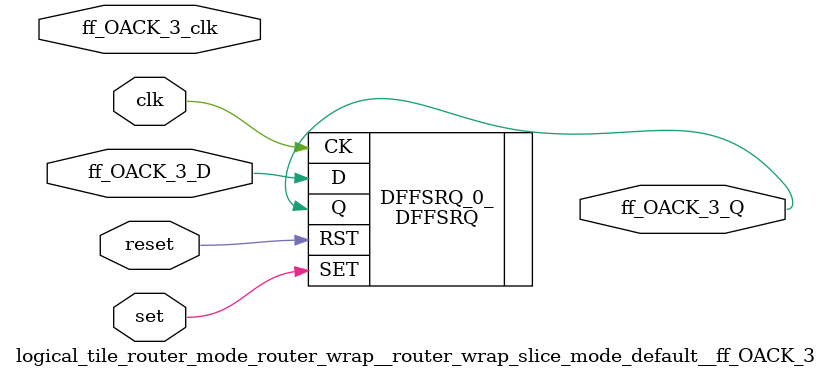
<source format=v>
`default_nettype none

module logical_tile_router_mode_router_wrap__router_wrap_slice_mode_default__ff_OACK_3(set,
                                                                                       reset,
                                                                                       clk,
                                                                                       ff_OACK_3_D,
                                                                                       ff_OACK_3_Q,
                                                                                       ff_OACK_3_clk);
//----- GLOBAL PORTS -----
input [0:0] set;
//----- GLOBAL PORTS -----
input [0:0] reset;
//----- GLOBAL PORTS -----
input [0:0] clk;
//----- INPUT PORTS -----
input [0:0] ff_OACK_3_D;
//----- OUTPUT PORTS -----
output [0:0] ff_OACK_3_Q;
//----- CLOCK PORTS -----
input [0:0] ff_OACK_3_clk;

//----- BEGIN wire-connection ports -----
wire [0:0] ff_OACK_3_D;
wire [0:0] ff_OACK_3_Q;
wire [0:0] ff_OACK_3_clk;
//----- END wire-connection ports -----


//----- BEGIN Registered ports -----
//----- END Registered ports -----



// ----- BEGIN Local short connections -----
// ----- END Local short connections -----
// ----- BEGIN Local output short connections -----
// ----- END Local output short connections -----

	DFFSRQ DFFSRQ_0_ (
		.SET(set),
		.RST(reset),
		.CK(clk),
		.D(ff_OACK_3_D),
		.Q(ff_OACK_3_Q));

endmodule
// ----- END Verilog module for logical_tile_router_mode_router_wrap__router_wrap_slice_mode_default__ff_OACK_3 -----

//----- Default net type -----
`default_nettype wire




</source>
